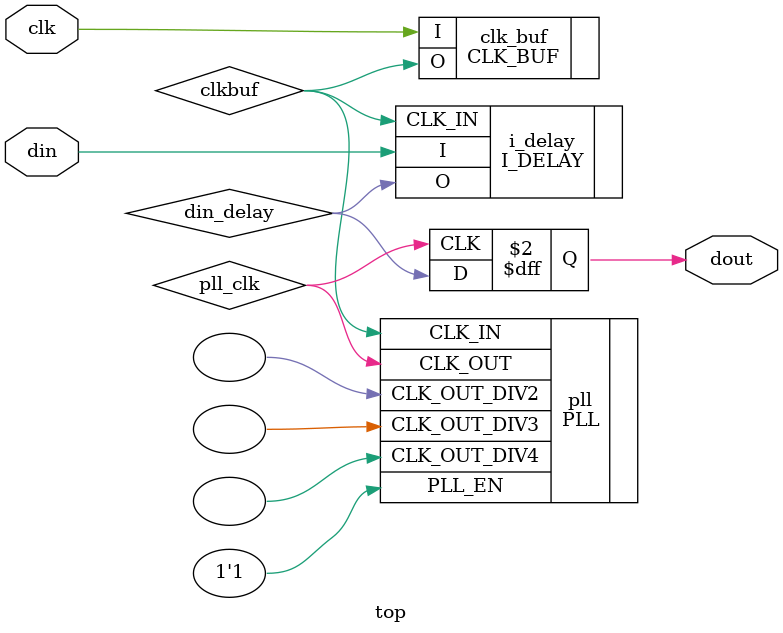
<source format=v>

/*
  Primitive Description:

          |-------------------------------------------------------------------------------------------|
          |                                                                                           |
          |   |-------|     |---------|                 |----------------------------|                |
    din --|-->| I_BUF | --> | I_DELAY | --------------> |                            |                |
          |   |-------|     |---------|                 |                            |                |
          |                      A                      |                            |                |
          |                      |                      |           Fabric           |                |
          |                      -------|               |                            |                |
          |                             |               |                            |                |
          |   |-------|     |---------| |   |-----|     |                            |                |
    clk --|-->| I_BUF | --> | CLK_BUF | --> | PLL | --> |                            |                |
          |   |-------|     |---------|     |-----|     |                            |                |
          |                                             |                            |                |
          |                                             |                            |                |
          |                                             |                            |     |-------|  |
          |                                             |                            | --> | O_BUF |--|--> dout
          |                                             |----------------------------|     |-------|  |
          |                                                                                           |
          |-------------------------------------------------------------------------------------------|
*/

module top (
  input wire din,
  input wire clk,
  output reg dout
);
  wire clkbuf;
  wire din_delay;
  CLK_BUF clk_buf 
  (
    .I(clk),
    .O(clkbuf)
  );
  PLL #(
    .PLL_MULT(16),
    .PLL_DIV(1),
    .PLL_POST_DIV(34)
  ) pll (
    .PLL_EN(1'b1),
    .CLK_IN(clkbuf),
    .CLK_OUT(pll_clk),
    .CLK_OUT_DIV2(),
    .CLK_OUT_DIV3(),
    .CLK_OUT_DIV4()
  );
  I_DELAY i_delay(
    .I(din),
    .CLK_IN(clkbuf),
    .O(din_delay)
  );
    defparam i_delay.DELAY = 60;  
  always @ (posedge pll_clk) begin
    dout <= din_delay;
  end
endmodule

</source>
